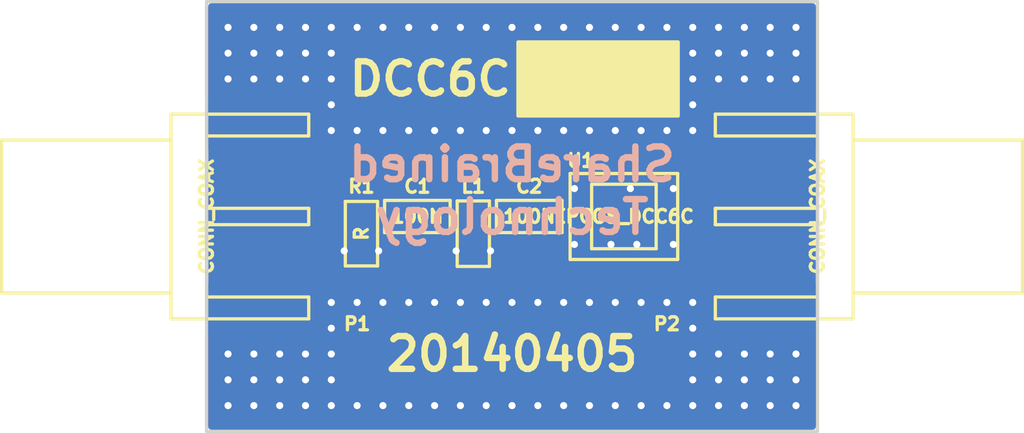
<source format=kicad_pcb>
(kicad_pcb (version 20221018) (generator pcbnew)
  (layers (0 "F.Cu" signal "1_top") (1 "In1.Cu" signal "2_gnd") (2 "In2.Cu" signal "3_gnd") (31 "B.Cu" signal "4_bot") (34 "B.Paste" user) (35 "F.Paste" user) (36 "B.SilkS" user) (37 "F.SilkS" user) (38 "B.Mask" user) (39 "F.Mask" user) (44 "Edge.Cuts" user))
  (net 0 "")
  (net 1 "GND")
  (net 2 "Net-(C1-Pad1)")
  (net 3 "Net-(C1-Pad2)")
  (net 4 "Net-(C2-Pad2)")
  (net 5 "Net-(P2-Pad1)")
  (footprint "ipc_indc:IPC_INDC1608X95N" (layer "F.Cu") (at 139.4 100.8 -90)
    (fp_text reference "L1" (at -2.2 0) (layer "F.SilkS") (effects (font (size 0.6096 0.6096) (thickness 0.1524))))
    (fp_text value "L" hide)
    (fp_line (start -1.524 -0.7493) (end 1.524 -0.7493) (stroke (width 0.1524)) (layer "F.SilkS"))
    (fp_line (start -1.524 0.7493) (end -1.524 -0.7493) (stroke (width 0.1524)) (layer "F.SilkS"))
    (fp_line (start 1.524 -0.7493) (end 1.524 0.7493) (stroke (width 0.1524)) (layer "F.SilkS"))
    (fp_line (start 1.524 0.7493) (end -1.524 0.7493) (stroke (width 0.1524)) (layer "F.SilkS"))
    (pad "1" smd rect (at -0.8001 0 270) (size 0.94996 0.94996) (layers "F.Cu" "F.Paste" "F.Mask") (net 3 "Net-(C1-Pad2)"))
    (pad "2" smd rect (at 0.8001 0 270) (size 0.94996 0.94996) (layers "F.Cu" "F.Paste" "F.Mask") (net 1 "GND"))
  )
  (footprint "ipc_resc:IPC_RESC1608X55N" (layer "F.Cu") (at 134.2 100.8 -90)
    (fp_text reference "R1" (at -2.2 0) (layer "F.SilkS") (effects (font (size 0.6096 0.6096) (thickness 0.1524))))
    (fp_text value "R" (at 0 0 270) (layer "F.SilkS") (effects (font (size 0.6096 0.6096) (thickness 0.1524))))
    (fp_line (start -1.50114 -0.7493) (end 1.50114 -0.7493) (stroke (width 0.1524)) (layer "F.SilkS"))
    (fp_line (start -1.50114 0.7493) (end -1.50114 -0.7493) (stroke (width 0.1524)) (layer "F.SilkS"))
    (fp_line (start 1.50114 -0.7493) (end 1.50114 0.7493) (stroke (width 0.1524)) (layer "F.SilkS"))
    (fp_line (start 1.50114 0.7493) (end -1.50114 0.7493) (stroke (width 0.1524)) (layer "F.SilkS"))
    (pad "1" smd rect (at -0.8001 0 270) (size 0.89916 1.00076) (layers "F.Cu" "F.Paste" "F.Mask") (net 2 "Net-(C1-Pad1)"))
    (pad "2" smd rect (at 0.8001 0 270) (size 0.89916 1.00076) (layers "F.Cu" "F.Paste" "F.Mask") (net 1 "GND"))
  )
  (footprint "epcos_dcc6c:EPCOS_DCC6C" (layer "F.Cu") (at 146.4 100)
    (fp_text reference "U1" (at -2 -2.6) (layer "F.SilkS") (effects (font (size 0.6096 0.6096) (thickness 0.1524))))
    (fp_text value "EPCOS_DCC6C" (at 0 0) (layer "F.SilkS") (effects (font (size 0.6096 0.6096) (thickness 0.1524))))
    (fp_line (start -2.5 -2) (end 2.5 -2) (stroke (width 0.1524)) (layer "F.SilkS"))
    (fp_line (start -2.5 2) (end -2.5 -2) (stroke (width 0.1524)) (layer "F.SilkS"))
    (fp_line (start -1.5 -1.5) (end 1.5 -1.5) (stroke (width 0.1524)) (layer "F.SilkS"))
    (fp_line (start -1.5 1.5) (end -1.5 -1.5) (stroke (width 0.1524)) (layer "F.SilkS"))
    (fp_line (start 1.5 -1.5) (end 1.5 1.5) (stroke (width 0.1524)) (layer "F.SilkS"))
    (fp_line (start 1.5 1.5) (end -1.5 1.5) (stroke (width 0.1524)) (layer "F.SilkS"))
    (fp_line (start 2.5 -2) (end 2.5 2) (stroke (width 0.1524)) (layer "F.SilkS"))
    (fp_line (start 2.5 2) (end -2.5 2) (stroke (width 0.1524)) (layer "F.SilkS"))
    (pad "1" smd rect (at -1 -1.27) (size 2 0.6) (layers "F.Cu" "F.Paste" "F.Mask") (net 1 "GND"))
    (pad "2" smd rect (at -1.45 0) (size 1.1 0.6) (layers "F.Cu" "F.Paste" "F.Mask") (net 4 "Net-(C2-Pad2)"))
    (pad "3" smd rect (at -1.45 1.27) (size 1.1 0.6) (layers "F.Cu" "F.Paste" "F.Mask") (net 1 "GND"))
    (pad "4" smd rect (at 1.45 1.27) (size 1.1 0.6) (layers "F.Cu" "F.Paste" "F.Mask") (net 1 "GND"))
    (pad "5" smd rect (at 1.45 0) (size 1.1 0.6) (layers "F.Cu" "F.Paste" "F.Mask") (net 5 "Net-(P2-Pad1)"))
    (pad "6" smd rect (at 1.45 -1.27) (size 1.1 0.6) (layers "F.Cu" "F.Paste" "F.Mask") (net 1 "GND"))
  )
  (footprint "rf_sma:EMERSON_142-0701-801" (layer "F.Cu") (at 155.4 100 -90)
    (fp_text reference "P2" (at 5 7) (layer "F.SilkS") (effects (font (size 0.6096 0.6096) (thickness 0.1524))))
    (fp_text value "CONN_COAX" (at 0 0 270) (layer "F.SilkS") (effects (font (size 0.6096 0.6096) (thickness 0.1524))))
    (fp_line (start -4.7625 -1.651) (end -4.7625 0) (stroke (width 0.1524)) (layer "F.SilkS"))
    (fp_line (start -4.7625 0) (end -4.7625 4.7498) (stroke (width 0.1524)) (layer "F.SilkS"))
    (fp_line (start -4.7625 0) (end 4.7625 0) (stroke (width 0.1524)) (layer "F.SilkS"))
    (fp_line (start -3.7465 0) (end -3.7465 4.7498) (stroke (width 0.1524)) (layer "F.SilkS"))
    (fp_line (start -3.7465 4.7498) (end -4.7625 4.7498) (stroke (width 0.1524)) (layer "F.SilkS"))
    (fp_line (start -3.556 -9.525) (end -3.556 -1.651) (stroke (width 0.1524)) (layer "F.SilkS"))
    (fp_line (start -0.381 0) (end -0.381 4.7498) (stroke (width 0.1524)) (layer "F.SilkS"))
    (fp_line (start -0.381 4.7498) (end 0.381 4.7498) (stroke (width 0.1524)) (layer "F.SilkS"))
    (fp_line (start 0.381 4.7498) (end 0.381 0) (stroke (width 0.1524)) (layer "F.SilkS"))
    (fp_line (start 3.556 -9.525) (end -3.556 -9.525) (stroke (width 0.1524)) (layer "F.SilkS"))
    (fp_line (start 3.556 -1.651) (end 3.556 -9.525) (stroke (width 0.1524)) (layer "F.SilkS"))
    (fp_line (start 3.7465 0) (end 3.7465 4.7498) (stroke (width 0.1524)) (layer "F.SilkS"))
    (fp_line (start 3.7465 4.7498) (end 4.7625 4.7498) (stroke (width 0.1524)) (layer "F.SilkS"))
    (fp_line (start 4.7625 -1.651) (end -4.7625 -1.651) (stroke (width 0.1524)) (layer "F.SilkS"))
    (fp_line (start 4.7625 0) (end 4.7625 -1.651) (stroke (width 0.1524)) (layer "F.SilkS"))
    (fp_line (start 4.7625 4.7498) (end 4.7625 0) (stroke (width 0.1524)) (layer "F.SilkS"))
    (pad "1" smd rect (at 0 2.54 270) (size 2.286 5.08) (layers "F.Cu" "F.Mask") (net 5 "Net-(P2-Pad1)"))
    (pad "2" smd rect (at -4.318 2.54 270) (size 2.413 5.08) (layers "F.Cu" "F.Mask") (net 1 "GND"))
    (pad "2" smd rect (at -4.318 2.54 270) (size 2.413 5.08) (layers "B.Cu" "B.Mask") (net 1 "GND"))
    (pad "2" smd rect (at 4.318 2.54 270) (size 2.413 5.08) (layers "F.Cu" "F.Mask") (net 1 "GND"))
    (pad "2" smd rect (at 4.318 2.54 270) (size 2.413 5.08) (layers "B.Cu" "B.Mask") (net 1 "GND"))
  )
  (footprint "rf_sma:EMERSON_142-0701-801" (layer "F.Cu") (at 127 100 90)
    (fp_text reference "P1" (at -5 7 180) (layer "F.SilkS") (effects (font (size 0.6096 0.6096) (thickness 0.1524))))
    (fp_text value "CONN_COAX" (at 0 0 90) (layer "F.SilkS") (effects (font (size 0.6096 0.6096) (thickness 0.1524))))
    (fp_line (start -4.7625 -1.651) (end -4.7625 0) (stroke (width 0.1524)) (layer "F.SilkS"))
    (fp_line (start -4.7625 0) (end -4.7625 4.7498) (stroke (width 0.1524)) (layer "F.SilkS"))
    (fp_line (start -4.7625 0) (end 4.7625 0) (stroke (width 0.1524)) (layer "F.SilkS"))
    (fp_line (start -3.7465 0) (end -3.7465 4.7498) (stroke (width 0.1524)) (layer "F.SilkS"))
    (fp_line (start -3.7465 4.7498) (end -4.7625 4.7498) (stroke (width 0.1524)) (layer "F.SilkS"))
    (fp_line (start -3.556 -9.525) (end -3.556 -1.651) (stroke (width 0.1524)) (layer "F.SilkS"))
    (fp_line (start -0.381 0) (end -0.381 4.7498) (stroke (width 0.1524)) (layer "F.SilkS"))
    (fp_line (start -0.381 4.7498) (end 0.381 4.7498) (stroke (width 0.1524)) (layer "F.SilkS"))
    (fp_line (start 0.381 4.7498) (end 0.381 0) (stroke (width 0.1524)) (layer "F.SilkS"))
    (fp_line (start 3.556 -9.525) (end -3.556 -9.525) (stroke (width 0.1524)) (layer "F.SilkS"))
    (fp_line (start 3.556 -1.651) (end 3.556 -9.525) (stroke (width 0.1524)) (layer "F.SilkS"))
    (fp_line (start 3.7465 0) (end 3.7465 4.7498) (stroke (width 0.1524)) (layer "F.SilkS"))
    (fp_line (start 3.7465 4.7498) (end 4.7625 4.7498) (stroke (width 0.1524)) (layer "F.SilkS"))
    (fp_line (start 4.7625 -1.651) (end -4.7625 -1.651) (stroke (width 0.1524)) (layer "F.SilkS"))
    (fp_line (start 4.7625 0) (end 4.7625 -1.651) (stroke (width 0.1524)) (layer "F.SilkS"))
    (fp_line (start 4.7625 4.7498) (end 4.7625 0) (stroke (width 0.1524)) (layer "F.SilkS"))
    (pad "1" smd rect (at 0 2.54 90) (size 2.286 5.08) (layers "F.Cu" "F.Mask") (net 2 "Net-(C1-Pad1)"))
    (pad "2" smd rect (at -4.318 2.54 90) (size 2.413 5.08) (layers "F.Cu" "F.Mask") (net 1 "GND"))
    (pad "2" smd rect (at -4.318 2.54 90) (size 2.413 5.08) (layers "B.Cu" "B.Mask") (net 1 "GND"))
    (pad "2" smd rect (at 4.318 2.54 90) (size 2.413 5.08) (layers "F.Cu" "F.Mask") (net 1 "GND"))
    (pad "2" smd rect (at 4.318 2.54 90) (size 2.413 5.08) (layers "B.Cu" "B.Mask") (net 1 "GND"))
  )
  (footprint "ipc_capc:IPC_CAPC1608X95N" (layer "F.Cu") (at 136.8 100)
    (fp_text reference "C1" (at 0 -1.4) (layer "F.SilkS") (effects (font (size 0.6096 0.6096) (thickness 0.1524))))
    (fp_text value "100N" (at 0 0) (layer "F.SilkS") (effects (font (size 0.6096 0.6096) (thickness 0.1524))))
    (fp_line (start -1.524 -0.7493) (end 1.524 -0.7493) (stroke (width 0.1524)) (layer "F.SilkS"))
    (fp_line (start -1.524 0.7493) (end -1.524 -0.7493) (stroke (width 0.1524)) (layer "F.SilkS"))
    (fp_line (start 1.524 -0.7493) (end 1.524 0.7493) (stroke (width 0.1524)) (layer "F.SilkS"))
    (fp_line (start 1.524 0.7493) (end -1.524 0.7493) (stroke (width 0.1524)) (layer "F.SilkS"))
    (pad "1" smd rect (at -0.8001 0) (size 0.94996 1.00076) (layers "F.Cu" "F.Paste" "F.Mask") (net 2 "Net-(C1-Pad1)"))
    (pad "2" smd rect (at 0.8001 0) (size 0.94996 1.00076) (layers "F.Cu" "F.Paste" "F.Mask") (net 3 "Net-(C1-Pad2)"))
  )
  (footprint "ipc_capc:IPC_CAPC1608X95N" (layer "F.Cu") (at 142 100)
    (fp_text reference "C2" (at 0 -1.4) (layer "F.SilkS") (effects (font (size 0.6096 0.6096) (thickness 0.1524))))
    (fp_text value "100N" (at 0 0) (layer "F.SilkS") (effects (font (size 0.6096 0.6096) (thickness 0.1524))))
    (fp_line (start -1.524 -0.7493) (end 1.524 -0.7493) (stroke (width 0.1524)) (layer "F.SilkS"))
    (fp_line (start -1.524 0.7493) (end -1.524 -0.7493) (stroke (width 0.1524)) (layer "F.SilkS"))
    (fp_line (start 1.524 -0.7493) (end 1.524 0.7493) (stroke (width 0.1524)) (layer "F.SilkS"))
    (fp_line (start 1.524 0.7493) (end -1.524 0.7493) (stroke (width 0.1524)) (layer "F.SilkS"))
    (pad "1" smd rect (at -0.8001 0) (size 0.94996 1.00076) (layers "F.Cu" "F.Paste" "F.Mask") (net 3 "Net-(C1-Pad2)"))
    (pad "2" smd rect (at 0.8001 0) (size 0.94996 1.00076) (layers "F.Cu" "F.Paste" "F.Mask") (net 4 "Net-(C2-Pad2)"))
  )
  (gr_line (start 155.4 90) (end 155.4 110) (stroke (width 0.15)) (layer "Edge.Cuts"))
  (gr_line (start 127 110) (end 127 90) (stroke (width 0.15)) (layer "Edge.Cuts"))
  (gr_line (start 127 90) (end 155.4 90) (stroke (width 0.15)) (layer "Edge.Cuts"))
  (gr_line (start 155.4 110) (end 127 110) (stroke (width 0.15)) (layer "Edge.Cuts"))
  (gr_text "ShareBrained\nTechnology" (at 141.2 98.8) (layer "B.SilkS") (effects (font (size 1.524 1.524) (thickness 0.3)) (justify mirror)))
  (gr_text "DCC6C" (at 137.4 93.6) (layer "F.SilkS") (effects (font (size 1.5 1.5) (thickness 0.3))))
  (gr_text "20140405" (at 141.2 106.4) (layer "F.SilkS") (effects (font (size 1.524 1.524) (thickness 0.3))))
  (segment (start 149.6 96) (end 149.6 94.8) (width 0.6) (layer "F.Cu") (net 1))
  (segment (start 149.6 94.8) (end 149.6 93.6) (width 0.6) (layer "F.Cu") (net 1))
  (segment (start 150.8 93.6) (end 152 93.6) (width 0.6) (layer "F.Cu") (net 1))
  (segment (start 152 93.6) (end 153.2 93.6) (width 0.6) (layer "F.Cu") (net 1))
  (segment (start 153.2 93.6) (end 154.4 93.6) (width 0.6) (layer "F.Cu") (net 1))
  (segment (start 154.4 93.6) (end 154.4 92.4) (width 0.6) (layer "F.Cu") (net 1))
  (segment (start 154.4 92.4) (end 153.2 92.4) (width 0.6) (layer "F.Cu") (net 1))
  (segment (start 153.2 92.4) (end 152 92.4) (width 0.6) (layer "F.Cu") (net 1))
  (segment (start 152 92.4) (end 150.8 92.4) (width 0.6) (layer "F.Cu") (net 1))
  (segment (start 150.8 92.4) (end 149.6 92.4) (width 0.6) (layer "F.Cu") (net 1))
  (segment (start 132.482 95.682) (end 132.8 96) (width 0.6) (layer "F.Cu") (net 1))
  (segment (start 132.8 96) (end 132.8 94.8) (width 0.6) (layer "F.Cu") (net 1))
  (segment (start 132.8 94.8) (end 132.8 93.6) (width 0.6) (layer "F.Cu") (net 1))
  (segment (start 132.8 93.6) (end 131.6 93.6) (width 0.6) (layer "F.Cu") (net 1))
  (segment (start 131.6 93.6) (end 130.4 93.6) (width 0.6) (layer "F.Cu") (net 1))
  (segment (start 130.4 93.6) (end 129.2 93.6) (width 0.6) (layer "F.Cu") (net 1))
  (segment (start 129.2 93.6) (end 128 93.6) (width 0.6) (layer "F.Cu") (net 1))
  (segment (start 128 93.6) (end 128 92.4) (width 0.6) (layer "F.Cu") (net 1))
  (segment (start 128 92.4) (end 129.2 92.4) (width 0.6) (layer "F.Cu") (net 1))
  (segment (start 129.2 92.4) (end 130.4 92.4) (width 0.6) (layer "F.Cu") (net 1))
  (segment (start 130.4 92.4) (end 131.6 92.4) (width 0.6) (layer "F.Cu") (net 1))
  (segment (start 131.6 92.4) (end 132.8 92.4) (width 0.6) (layer "F.Cu") (net 1))
  (segment (start 149.6 104) (end 149.6 105.2) (width 0.6) (layer "F.Cu") (net 1))
  (segment (start 149.6 105.2) (end 149.6 106.4) (width 0.6) (layer "F.Cu") (net 1))
  (segment (start 149.6 106.4) (end 150.8 106.4) (width 0.6) (layer "F.Cu") (net 1))
  (segment (start 150.8 106.4) (end 152 106.4) (width 0.6) (layer "F.Cu") (net 1))
  (segment (start 152 106.4) (end 153.2 106.4) (width 0.6) (layer "F.Cu") (net 1))
  (segment (start 153.2 106.4) (end 154.4 106.4) (width 0.6) (layer "F.Cu") (net 1))
  (segment (start 154.4 106.4) (end 154.4 107.6) (width 0.6) (layer "F.Cu") (net 1))
  (segment (start 154.4 107.6) (end 153.2 107.6) (width 0.6) (layer "F.Cu") (net 1))
  (segment (start 153.2 107.6) (end 152 107.6) (width 0.6) (layer "F.Cu") (net 1))
  (segment (start 152 107.6) (end 150.8 107.6) (width 0.6) (layer "F.Cu") (net 1))
  (segment (start 150.8 107.6) (end 149.6 107.6) (width 0.6) (layer "F.Cu") (net 1))
  (segment (start 132.482 104.318) (end 132.8 104) (width 0.6) (layer "F.Cu") (net 1))
  (segment (start 132.8 104) (end 132.8 105.2) (width 0.6) (layer "F.Cu") (net 1))
  (segment (start 132.8 105.2) (end 132.8 106.4) (width 0.6) (layer "F.Cu") (net 1))
  (segment (start 132.8 106.4) (end 131.6 106.4) (width 0.6) (layer "F.Cu") (net 1))
  (segment (start 131.6 106.4) (end 130.4 106.4) (width 0.6) (layer "F.Cu") (net 1))
  (segment (start 130.4 106.4) (end 129.2 106.4) (width 0.6) (layer "F.Cu") (net 1))
  (segment (start 129.2 106.4) (end 128 106.4) (width 0.6) (layer "F.Cu") (net 1))
  (segment (start 128 106.4) (end 128 107.6) (width 0.6) (layer "F.Cu") (net 1))
  (segment (start 128 107.6) (end 129.2 107.6) (width 0.6) (layer "F.Cu") (net 1))
  (segment (start 129.2 107.6) (end 130.4 107.6) (width 0.6) (layer "F.Cu") (net 1))
  (segment (start 130.4 107.6) (end 131.6 107.6) (width 0.6) (layer "F.Cu") (net 1))
  (segment (start 131.6 107.6) (end 132.8 107.6) (width 0.6) (layer "F.Cu") (net 1))
  (segment (start 134 104) (end 135.2 104) (width 0.6) (layer "F.Cu") (net 1))
  (segment (start 135.2 104) (end 136.4 104) (width 0.6) (layer "F.Cu") (net 1))
  (segment (start 136.4 104) (end 137.6 104) (width 0.6) (layer "F.Cu") (net 1))
  (segment (start 137.6 104) (end 138.8 104) (width 0.6) (layer "F.Cu") (net 1))
  (segment (start 138.8 104) (end 140 104) (width 0.6) (layer "F.Cu") (net 1))
  (segment (start 142.4 104) (end 143.6 104) (width 0.6) (layer "F.Cu") (net 1))
  (segment (start 143.6 104) (end 144.8 104) (width 0.6) (layer "F.Cu") (net 1))
  (segment (start 144.8 104) (end 146 104) (width 0.6) (layer "F.Cu") (net 1))
  (segment (start 146 104) (end 147.2 104) (width 0.6) (layer "F.Cu") (net 1))
  (segment (start 147.2 104) (end 148.4 104) (width 0.6) (layer "F.Cu") (net 1))
  (segment (start 149.6 104) (end 148.4 104) (width 0.6) (layer "F.Cu") (net 1))
  (segment (start 148.4 96) (end 147.2 96) (width 0.6) (layer "F.Cu") (net 1))
  (segment (start 147.2 96) (end 146 96) (width 0.6) (layer "F.Cu") (net 1))
  (segment (start 146 96) (end 144.8 96) (width 0.6) (layer "F.Cu") (net 1))
  (segment (start 144.8 96) (end 143.6 96) (width 0.6) (layer "F.Cu") (net 1))
  (segment (start 143.6 96) (end 142.4 96) (width 0.6) (layer "F.Cu") (net 1))
  (segment (start 140 96) (end 138.8 96) (width 0.6) (layer "F.Cu") (net 1))
  (segment (start 138.8 96) (end 137.6 96) (width 0.6) (layer "F.Cu") (net 1))
  (segment (start 137.6 96) (end 136.4 96) (width 0.6) (layer "F.Cu") (net 1))
  (segment (start 136.4 96) (end 135.2 96) (width 0.6) (layer "F.Cu") (net 1))
  (segment (start 135.2 96) (end 134 96) (width 0.6) (layer "F.Cu") (net 1))
  (segment (start 132.8 96) (end 134 96) (width 0.6) (layer "F.Cu") (net 1))
  (segment (start 140.1999 101.6001) (end 140.2 101.6) (width 0.6) (layer "F.Cu") (net 1))
  (segment (start 138.6001 101.6001) (end 138.6 101.6) (width 0.6) (layer "F.Cu") (net 1))
  (segment (start 133.4001 101.6001) (end 133.4 101.6) (width 0.6) (layer "F.Cu") (net 1))
  (segment (start 134.9999 101.6001) (end 135 101.6) (width 0.6) (layer "F.Cu") (net 1))
  (segment (start 144.13 98.73) (end 144.1 98.7) (width 0.6) (layer "F.Cu") (net 1))
  (segment (start 148.67 98.73) (end 148.7 98.7) (width 0.6) (layer "F.Cu") (net 1))
  (segment (start 148.67 101.27) (end 148.7 101.3) (width 0.6) (layer "F.Cu") (net 1))
  (segment (start 147.03 101.27) (end 147 101.3) (width 0.6) (layer "F.Cu") (net 1))
  (segment (start 145.77 101.27) (end 145.8 101.3) (width 0.6) (layer "F.Cu") (net 1))
  (segment (start 144.13 101.27) (end 144.1 101.3) (width 0.6) (layer "F.Cu") (net 1))
  (segment (start 146.67 98.73) (end 146.7 98.7) (width 0.6) (layer "F.Cu") (net 1))
  (segment (start 128 108.8) (end 129.2 108.8) (width 0.6) (layer "F.Cu") (net 1))
  (segment (start 129.2 108.8) (end 130.4 108.8) (width 0.6) (layer "F.Cu") (net 1))
  (segment (start 130.4 108.8) (end 131.6 108.8) (width 0.6) (layer "F.Cu") (net 1))
  (segment (start 131.6 108.8) (end 132.8 108.8) (width 0.6) (layer "F.Cu") (net 1))
  (segment (start 132.8 108.8) (end 134 108.8) (width 0.6) (layer "F.Cu") (net 1))
  (segment (start 134 108.8) (end 135.2 108.8) (width 0.6) (layer "F.Cu") (net 1))
  (segment (start 135.2 108.8) (end 136.4 108.8) (width 0.6) (layer "F.Cu") (net 1))
  (segment (start 136.4 108.8) (end 137.6 108.8) (width 0.6) (layer "F.Cu") (net 1))
  (segment (start 137.6 108.8) (end 138.8 108.8) (width 0.6) (layer "F.Cu") (net 1))
  (segment (start 138.8 108.8) (end 140 108.8) (width 0.6) (layer "F.Cu") (net 1))
  (segment (start 140 108.8) (end 141.2 108.8) (width 0.6) (layer "F.Cu") (net 1))
  (segment (start 149.918 95.682) (end 149.6 96) (width 0.6) (layer "F.Cu") (net 1))
  (segment (start 141.2 96) (end 140 96) (width 0.6) (layer "F.Cu") (net 1))
  (segment (start 149.918 104.318) (end 149.6 104) (width 0.6) (layer "F.Cu") (net 1))
  (segment (start 141.2 104) (end 142.4 104) (width 0.6) (layer "F.Cu") (net 1))
  (segment (start 142.4 108.8) (end 143.6 108.8) (width 0.6) (layer "F.Cu") (net 1))
  (segment (start 143.6 108.8) (end 144.8 108.8) (width 0.6) (layer "F.Cu") (net 1))
  (segment (start 144.8 108.8) (end 146 108.8) (width 0.6) (layer "F.Cu") (net 1))
  (segment (start 146 108.8) (end 147.2 108.8) (width 0.6) (layer "F.Cu") (net 1))
  (segment (start 147.2 108.8) (end 148.4 108.8) (width 0.6) (layer "F.Cu") (net 1))
  (segment (start 148.4 108.8) (end 149.6 108.8) (width 0.6) (layer "F.Cu") (net 1))
  (segment (start 149.6 108.8) (end 150.8 108.8) (width 0.6) (layer "F.Cu") (net 1))
  (segment (start 150.8 108.8) (end 152 108.8) (width 0.6) (layer "F.Cu") (net 1))
  (segment (start 152 108.8) (end 153.2 108.8) (width 0.6) (layer "F.Cu") (net 1))
  (segment (start 153.2 108.8) (end 154.4 108.8) (width 0.6) (layer "F.Cu") (net 1))
  (segment (start 154.4 108.8) (end 154.4 107.6) (width 0.6) (layer "F.Cu") (net 1))
  (segment (start 128 91.2) (end 129.2 91.2) (width 0.6) (layer "F.Cu") (net 1))
  (segment (start 129.2 91.2) (end 130.4 91.2) (width 0.6) (layer "F.Cu") (net 1))
  (segment (start 130.4 91.2) (end 131.6 91.2) (width 0.6) (layer "F.Cu") (net 1))
  (segment (start 131.6 91.2) (end 132.8 91.2) (width 0.6) (layer "F.Cu") (net 1))
  (segment (start 132.8 91.2) (end 134 91.2) (width 0.6) (layer "F.Cu") (net 1))
  (segment (start 134 91.2) (end 135.2 91.2) (width 0.6) (layer "F.Cu") (net 1))
  (segment (start 135.2 91.2) (end 136.4 91.2) (width 0.6) (layer "F.Cu") (net 1))
  (segment (start 136.4 91.2) (end 137.6 91.2) (width 0.6) (layer "F.Cu") (net 1))
  (segment (start 137.6 91.2) (end 138.8 91.2) (width 0.6) (layer "F.Cu") (net 1))
  (segment (start 138.8 91.2) (end 140 91.2) (width 0.6) (layer "F.Cu") (net 1))
  (segment (start 140 91.2) (end 141.2 91.2) (width 0.6) (layer "F.Cu") (net 1))
  (segment (start 141.2 91.2) (end 142.4 91.2) (width 0.6) (layer "F.Cu") (net 1))
  (segment (start 142.4 91.2) (end 143.6 91.2) (width 0.6) (layer "F.Cu") (net 1))
  (segment (start 143.6 91.2) (end 144.8 91.2) (width 0.6) (layer "F.Cu") (net 1))
  (segment (start 144.8 91.2) (end 146 91.2) (width 0.6) (layer "F.Cu") (net 1))
  (segment (start 146 91.2) (end 147.2 91.2) (width 0.6) (layer "F.Cu") (net 1))
  (segment (start 147.2 91.2) (end 148.4 91.2) (width 0.6) (layer "F.Cu") (net 1))
  (segment (start 148.4 91.2) (end 149.6 91.2) (width 0.6) (layer "F.Cu") (net 1))
  (segment (start 149.6 91.2) (end 150.8 91.2) (width 0.6) (layer "F.Cu") (net 1))
  (segment (start 150.8 91.2) (end 152 91.2) (width 0.6) (layer "F.Cu") (net 1))
  (segment (start 152 91.2) (end 153.2 91.2) (width 0.6) (layer "F.Cu") (net 1))
  (segment (start 153.2 91.2) (end 154.4 91.2) (width 0.6) (layer "F.Cu") (net 1))
  (segment (start 154.4 91.2) (end 154.4 92.4) (width 0.6) (layer "F.Cu") (net 1))
  (segment (start 134.2 101.6001) (end 134.9999 101.6001) (width 0.6) (layer "F.Cu") (net 1))
  (segment (start 149.6 93.6) (end 150.8 93.6) (width 0.6) (layer "F.Cu") (net 1))
  (segment (start 142.4 96) (end 141.2 96) (width 0.6) (layer "F.Cu") (net 1))
  (segment (start 144.95 101.27) (end 145.77 101.27) (width 0.6) (layer "F.Cu") (net 1))
  (segment (start 144.95 101.27) (end 144.13 101.27) (width 0.6) (layer "F.Cu") (net 1))
  (segment (start 139.4 101.6001) (end 140.1999 101.6001) (width 0.6) (layer "F.Cu") (net 1))
  (segment (start 140 104) (end 141.2 104) (width 0.6) (layer "F.Cu") (net 1))
  (segment (start 152.86 104.318) (end 149.918 104.318) (width 0.6) (layer "F.Cu") (net 1))
  (segment (start 147.85 101.27) (end 148.67 101.27) (width 0.6) (layer "F.Cu") (net 1))
  (segment (start 139.4 101.6001) (end 138.6001 101.6001) (width 0.6) (layer "F.Cu") (net 1))
  (segment (start 128 107.6) (end 128 108.8) (width 0.6) (layer "F.Cu") (net 1))
  (segment (start 134 104) (end 132.8 104) (width 0.6) (layer "F.Cu") (net 1))
  (segment (start 152.86 95.682) (end 149.918 95.682) (width 0.6) (layer "F.Cu") (net 1))
  (segment (start 145.4 98.73) (end 146.67 98.73) (width 0.6) (layer "F.Cu") (net 1))
  (segment (start 147.85 101.27) (end 147.03 101.27) (width 0.6) (layer "F.Cu") (net 1))
  (segment (start 128 92.4) (end 128 91.2) (width 0.6) (layer "F.Cu") (net 1))
  (segment (start 141.2 108.8) (end 142.4 108.8) (width 0.6) (layer "F.Cu") (net 1))
  (segment (start 134.2 101.6001) (end 133.4001 101.6001) (width 0.6) (layer "F.Cu") (net 1))
  (segment (start 148.4 96) (end 149.6 96) (width 0.6) (layer "F.Cu") (net 1))
  (segment (start 129.54 104.318) (end 132.482 104.318) (width 0.6) (layer "F.Cu") (net 1))
  (segment (start 129.54 95.682) (end 132.482 95.682) (width 0.6) (layer "F.Cu") (net 1))
  (segment (start 145.4 98.73) (end 144.13 98.73) (width 0.6) (layer "F.Cu") (net 1))
  (segment (start 147.85 98.73) (end 148.67 98.73) (width 0.6) (layer "F.Cu") (net 1))
  (via (at 140 91.2) (size 0.6858) (drill 0.3302) (layers "F.Cu" "B.Cu") (net 1))
  (via (at 135 101.6) (size 0.6858) (drill 0.3302) (layers "F.Cu" "B.Cu") (net 1))
  (via (at 153.2 91.2) (size 0.6858) (drill 0.3302) (layers "F.Cu" "B.Cu") (net 1))
  (via (at 141.2 96) (size 0.6858) (drill 0.3302) (layers "F.Cu" "B.Cu") (net 1))
  (via (at 144.8 104) (size 0.6858) (drill 0.3302) (layers "F.Cu" "B.Cu") (net 1))
  (via (at 147.2 96) (size 0.6858) (drill 0.3302) (layers "F.Cu" "B.Cu") (net 1))
  (via (at 144.1 101.3) (size 0.6858) (drill 0.3302) (layers "F.Cu" "B.Cu") (net 1))
  (via (at 147 101.3) (size 0.6858) (drill 0.3302) (layers "F.Cu" "B.Cu") (net 1))
  (via (at 153.2 106.4) (size 0.6858) (drill 0.3302) (layers "F.Cu" "B.Cu") (net 1))
  (via (at 144.8 96) (size 0.6858) (drill 0.3302) (layers "F.Cu" "B.Cu") (net 1))
  (via (at 136.4 96) (size 0.6858) (drill 0.3302) (layers "F.Cu" "B.Cu") (net 1))
  (via (at 134 104) (size 0.6858) (drill 0.3302) (layers "F.Cu" "B.Cu") (net 1))
  (via (at 146.7 98.7) (size 0.6858) (drill 0.3302) (layers "F.Cu" "B.Cu") (net 1))
  (via (at 128 106.4) (size 0.6858) (drill 0.3302) (layers "F.Cu" "B.Cu") (net 1))
  (via (at 132.8 92.4) (size 0.6858) (drill 0.3302) (layers "F.Cu" "B.Cu") (net 1))
  (via (at 154.4 91.2) (size 0.6858) (drill 0.3302) (layers "F.Cu" "B.Cu") (net 1))
  (via (at 138.8 91.2) (size 0.6858) (drill 0.3302) (layers "F.Cu" "B.Cu") (net 1))
  (via (at 134 108.8) (size 0.6858) (drill 0.3302) (layers "F.Cu" "B.Cu") (net 1))
  (via (at 131.6 92.4) (size 0.6858) (drill 0.3302) (layers "F.Cu" "B.Cu") (net 1))
  (via (at 138.8 104) (size 0.6858) (drill 0.3302) (layers "F.Cu" "B.Cu") (net 1))
  (via (at 137.6 108.8) (size 0.6858) (drill 0.3302) (layers "F.Cu" "B.Cu") (net 1))
  (via (at 131.6 91.2) (size 0.6858) (drill 0.3302) (layers "F.Cu" "B.Cu") (net 1))
  (via (at 152 91.2) (size 0.6858) (drill 0.3302) (layers "F.Cu" "B.Cu") (net 1))
  (via (at 128 92.4) (size 0.6858) (drill 0.3302) (layers "F.Cu" "B.Cu") (net 1))
  (via (at 146 108.8) (size 0.6858) (drill 0.3302) (layers "F.Cu" "B.Cu") (net 1))
  (via (at 129.2 106.4) (size 0.6858) (drill 0.3302) (layers "F.Cu" "B.Cu") (net 1))
  (via (at 143.6 104) (size 0.6858) (drill 0.3302) (layers "F.Cu" "B.Cu") (net 1))
  (via (at 141.2 108.8) (size 0.6858) (drill 0.3302) (layers "F.Cu" "B.Cu") (net 1))
  (via (at 130.4 93.6) (size 0.6858) (drill 0.3302) (layers "F.Cu" "B.Cu") (net 1))
  (via (at 140 96) (size 0.6858) (drill 0.3302) (layers "F.Cu" "B.Cu") (net 1))
  (via (at 131.6 108.8) (size 0.6858) (drill 0.3302) (layers "F.Cu" "B.Cu") (net 1))
  (via (at 146 96) (size 0.6858) (drill 0.3302) (layers "F.Cu" "B.Cu") (net 1))
  (via (at 135.2 91.2) (size 0.6858) (drill 0.3302) (layers "F.Cu" "B.Cu") (net 1))
  (via (at 154.4 107.6) (size 0.6858) (drill 0.3302) (layers "F.Cu" "B.Cu") (net 1))
  (via (at 150.8 92.4) (size 0.6858) (drill 0.3302) (layers "F.Cu" "B.Cu") (net 1))
  (via (at 131.6 107.6) (size 0.6858) (drill 0.3302) (layers "F.Cu" "B.Cu") (net 1))
  (via (at 130.4 91.2) (size 0.6858) (drill 0.3302) (layers "F.Cu" "B.Cu") (net 1))
  (via (at 132.8 106.4) (size 0.6858) (drill 0.3302) (layers "F.Cu" "B.Cu") (net 1))
  (via (at 146 104) (size 0.6858) (drill 0.3302) (layers "F.Cu" "B.Cu") (net 1))
  (via (at 143.6 108.8) (size 0.6858) (drill 0.3302) (layers "F.Cu" "B.Cu") (net 1))
  (via (at 148.7 98.7) (size 0.6858) (drill 0.3302) (layers "F.Cu" "B.Cu") (net 1))
  (via (at 129.2 107.6) (size 0.6858) (drill 0.3302) (layers "F.Cu" "B.Cu") (net 1))
  (via (at 149.6 96) (size 0.6858) (drill 0.3302) (layers "F.Cu" "B.Cu") (net 1))
  (via (at 154.4 108.8) (size 0.6858) (drill 0.3302) (layers "F.Cu" "B.Cu") (net 1))
  (via (at 142.4 104) (size 0.6858) (drill 0.3302) (layers "F.Cu" "B.Cu") (net 1))
  (via (at 147.2 91.2) (size 0.6858) (drill 0.3302) (layers "F.Cu" "B.Cu") (net 1))
  (via (at 128 107.6) (size 0.6858) (drill 0.3302) (layers "F.Cu" "B.Cu") (net 1))
  (via (at 149.6 104) (size 0.6858) (drill 0.3302) (layers "F.Cu" "B.Cu") (net 1))
  (via (at 150.8 107.6) (size 0.6858) (drill 0.3302) (layers "F.Cu" "B.Cu") (net 1))
  (via (at 148.4 96) (size 0.6858) (drill 0.3302) (layers "F.Cu" "B.Cu") (net 1))
  (via (at 136.4 91.2) (size 0.6858) (drill 0.3302) (layers "F.Cu" "B.Cu") (net 1))
  (via (at 148.4 91.2) (size 0.6858) (drill 0.3302) (layers "F.Cu" "B.Cu") (net 1))
  (via (at 152 106.4) (size 0.6858) (drill 0.3302) (layers "F.Cu" "B.Cu") (net 1))
  (via (at 153.2 92.4) (size 0.6858) (drill 0.3302) (layers "F.Cu" "B.Cu") (net 1))
  (via (at 129.2 108.8) (size 0.6858) (drill 0.3302) (layers "F.Cu" "B.Cu") (net 1))
  (via (at 154.4 93.6) (size 0.6858) (drill 0.3302) (layers "F.Cu" "B.Cu") (net 1))
  (via (at 128 91.2) (size 0.6858) (drill 0.3302) (layers "F.Cu" "B.Cu") (net 1))
  (via (at 130.4 108.8) (size 0.6858) (drill 0.3302) (layers "F.Cu" "B.Cu") (net 1))
  (via (at 154.4 92.4) (size 0.6858) (drill 0.3302) (layers "F.Cu" "B.Cu") (net 1))
  (via (at 153.2 107.6) (size 0.6858) (drill 0.3302) (layers "F.Cu" "B.Cu") (net 1))
  (via (at 142.4 96) (size 0.6858) (drill 0.3302) (layers "F.Cu" "B.Cu") (net 1))
  (via (at 148.7 101.3) (size 0.6858) (drill 0.3302) (layers "F.Cu" "B.Cu") (net 1))
  (via (at 134 91.2) (size 0.6858) (drill 0.3302) (layers "F.Cu" "B.Cu") (net 1))
  (via (at 132.8 108.8) (size 0.6858) (drill 0.3302) (layers "F.Cu" "B.Cu") (net 1))
  (via (at 140 104) (size 0.6858) (drill 0.3302) (layers "F.Cu" "B.Cu") (net 1))
  (via (at 153.2 93.6) (size 0.6858) (drill 0.3302) (layers "F.Cu" "B.Cu") (net 1))
  (via (at 136.4 104) (size 0.6858) (drill 0.3302) (layers "F.Cu" "B.Cu") (net 1))
  (via (at 152 107.6) (size 0.6858) (drill 0.3302) (layers "F.Cu" "B.Cu") (net 1))
  (via (at 149.6 92.4) (size 0.6858) (drill 0.3302) (layers "F.Cu" "B.Cu") (net 1))
  (via (at 144.8 91.2) (size 0.6858) (drill 0.3302) (layers "F.Cu" "B.Cu") (net 1))
  (via (at 132.8 105.2) (size 0.6858) (drill 0.3302) (layers "F.Cu" "B.Cu") (net 1))
  (via (at 149.6 108.8) (size 0.6858) (drill 0.3302) (layers "F.Cu" "B.Cu") (net 1))
  (via (at 135.2 104) (size 0.6858) (drill 0.3302) (layers "F.Cu" "B.Cu") (net 1))
  (via (at 137.6 104) (size 0.6858) (drill 0.3302) (layers "F.Cu" "B.Cu") (net 1))
  (via (at 153.2 108.8) (size 0.6858) (drill 0.3302) (layers "F.Cu" "B.Cu") (net 1))
  (via (at 132.8 107.6) (size 0.6858) (drill 0.3302) (layers "F.Cu" "B.Cu") (net 1))
  (via (at 149.6 93.6) (size 0.6858) (drill 0.3302) (layers "F.Cu" "B.Cu") (net 1))
  (via (at 132.8 94.8) (size 0.6858) (drill 0.3302) (layers "F.Cu" "B.Cu") (net 1))
  (via (at 147.2 108.8) (size 0.6858) (drill 0.3302) (layers "F.Cu" "B.Cu") (net 1))
  (via (at 133.4 101.6) (size 0.6858) (drill 0.3302) (layers "F.Cu" "B.Cu") (net 1))
  (via (at 135.2 96) (size 0.6858) (drill 0.3302) (layers "F.Cu" "B.Cu") (net 1))
  (via (at 138.8 108.8) (size 0.6858) (drill 0.3302) (layers "F.Cu" "B.Cu") (net 1))
  (via (at 132.8 91.2) (size 0.6858) (drill 0.3302) (layers "F.Cu" "B.Cu") (net 1))
  (via (at 140.2 101.6) (size 0.6858) (drill 0.3302) (layers "F.Cu" "B.Cu") (net 1))
  (via (at 129.2 93.6) (size 0.6858) (drill 0.3302) (layers "F.Cu" "B.Cu") (net 1))
  (via (at 142.4 108.8) (size 0.6858) (drill 0.3302) (layers "F.Cu" "B.Cu") (net 1))
  (via (at 142.4 91.2) (size 0.6858) (drill 0.3302) (layers "F.Cu" "B.Cu") (net 1))
  (via (at 146 91.2) (size 0.6858) (drill 0.3302) (layers "F.Cu" "B.Cu") (net 1))
  (via (at 138.8 96) (size 0.6858) (drill 0.3302) (layers "F.Cu" "B.Cu") (net 1))
  (via (at 128 108.8) (size 0.6858) (drill 0.3302) (layers "F.Cu" "B.Cu") (net 1))
  (via (at 149.6 105.2) (size 0.6858) (drill 0.3302) (layers "F.Cu" "B.Cu") (net 1))
  (via (at 135.2 108.8) (size 0.6858) (drill 0.3302) (layers "F.Cu" "B.Cu") (net 1))
  (via (at 140 108.8) (size 0.6858) (drill 0.3302) (layers "F.Cu" "B.Cu") (net 1))
  (via (at 143.6 91.2) (size 0.6858) (drill 0.3302) (layers "F.Cu" "B.Cu") (net 1))
  (via (at 152 92.4) (size 0.6858) (drill 0.3302) (layers "F.Cu" "B.Cu") (net 1))
  (via (at 145.8 101.3) (size 0.6858) (drill 0.3302) (layers "F.Cu" "B.Cu") (net 1))
  (via (at 130.4 107.6) (size 0.6858) (drill 0.3302) (layers "F.Cu" "B.Cu") (net 1))
  (via (at 149.6 94.8) (size 0.6858) (drill 0.3302) (layers "F.Cu" "B.Cu") (net 1))
  (via (at 149.6 91.2) (size 0.6858) (drill 0.3302) (layers "F.Cu" "B.Cu") (net 1))
  (via (at 147.2 104) (size 0.6858) (drill 0.3302) (layers "F.Cu" "B.Cu") (net 1))
  (via (at 134 96) (size 0.6858) (drill 0.3302) (layers "F.Cu" "B.Cu") (net 1))
  (via (at 129.2 92.4) (size 0.6858) (drill 0.3302) (layers "F.Cu" "B.Cu") (net 1))
  (via (at 148.4 104) (size 0.6858) (drill 0.3302) (layers "F.Cu" "B.Cu") (net 1))
  (via (at 132.8 96) (size 0.6858) (drill 0.3302) (layers "F.Cu" "B.Cu") (net 1))
  (via (at 150.8 108.8) (size 0.6858) (drill 0.3302) (layers "F.Cu" "B.Cu") (net 1))
  (via (at 138.6 101.6) (size 0.6858) (drill 0.3302) (layers "F.Cu" "B.Cu") (net 1))
  (via (at 130.4 106.4) (size 0.6858) (drill 0.3302) (layers "F.Cu" "B.Cu") (net 1))
  (via (at 150.8 91.2) (size 0.6858) (drill 0.3302) (layers "F.Cu" "B.Cu") (net 1))
  (via (at 137.6 91.2) (size 0.6858) (drill 0.3302) (layers "F.Cu" "B.Cu") (net 1))
  (via (at 128 93.6) (size 0.6858) (drill 0.3302) (layers "F.Cu" "B.Cu") (net 1))
  (via (at 129.2 91.2) (size 0.6858) (drill 0.3302) (layers "F.Cu" "B.Cu") (net 1))
  (via (at 130.4 92.4) (size 0.6858) (drill 0.3302) (layers "F.Cu" "B.Cu") (net 1))
  (via (at 144.1 98.7) (size 0.6858) (drill 0.3302) (layers "F.Cu" "B.Cu") (net 1))
  (via (at 143.6 96) (size 0.6858) (drill 0.3302) (layers "F.Cu" "B.Cu") (net 1))
  (via (at 131.6 106.4) (size 0.6858) (drill 0.3302) (layers "F.Cu" "B.Cu") (net 1))
  (via (at 150.8 93.6) (size 0.6858) (drill 0.3302) (layers "F.Cu" "B.Cu") (net 1))
  (via (at 152 93.6) (size 0.6858) (drill 0.3302) (layers "F.Cu" "B.Cu") (net 1))
  (via (at 132.8 93.6) (size 0.6858) (drill 0.3302) (layers "F.Cu" "B.Cu") (net 1))
  (via (at 149.6 106.4) (size 0.6858) (drill 0.3302) (layers "F.Cu" "B.Cu") (net 1))
  (via (at 136.4 108.8) (size 0.6858) (drill 0.3302) (layers "F.Cu" "B.Cu") (net 1))
  (via (at 144.8 108.8) (size 0.6858) (drill 0.3302) (layers "F.Cu" "B.Cu") (net 1))
  (via (at 141.2 104) (size 0.6858) (drill 0.3302) (layers "F.Cu" "B.Cu") (net 1))
  (via (at 137.6 96) (size 0.6858) (drill 0.3302) (layers "F.Cu" "B.Cu") (net 1))
  (via (at 148.4 108.8) (size 0.6858) (drill 0.3302) (layers "F.Cu" "B.Cu") (net 1))
  (via (at 141.2 91.2) (size 0.6858) (drill 0.3302) (layers "F.Cu" "B.Cu") (net 1))
  (via (at 149.6 107.6) (size 0.6858) (drill 0.3302) (layers "F.Cu" "B.Cu") (net 1))
  (via (at 152 108.8) (size 0.6858) (drill 0.3302) (layers "F.Cu" "B.Cu") (net 1))
  (via (at 132.8 104) (size 0.6858) (drill 0.3302) (layers "F.Cu" "B.Cu") (net 1))
  (via (at 154.4 106.4) (size 0.6858) (drill 0.3302) (layers "F.Cu" "B.Cu") (net 1))
  (via (at 131.6 93.6) (size 0.6858) (drill 0.3302) (layers "F.Cu" "B.Cu") (net 1))
  (via (at 150.8 106.4) (size 0.6858) (drill 0.3302) (layers "F.Cu" "B.Cu") (net 1))
  (segment (start 134.1999 100) (end 135.9999 100) (width 0.3) (layer "F.Cu") (net 2))
  (segment (start 129.74 100) (end 134.1999 100) (width 0.3) (layer "F.Cu") (net 2))
  (segment (start 139.3999 100) (end 141.1999 100) (width 0.3) (layer "F.Cu") (net 3))
  (segment (start 137.6001 100) (end 139.3999 100) (width 0.3) (layer "F.Cu") (net 3))
  (segment (start 142.8001 100) (end 144.95 100) (width 0.3) (layer "F.Cu") (net 4))
  (segment (start 147.85 100) (end 153.06 100) (width 0.3) (layer "F.Cu") (net 5))
  (zone (net 1) (net_name "GND") (layer "F.Cu") (connect_pads yes (clearance 0.3)) (min_thickness 0.3) (fill yes (thermal_gap 0.508) (thermal_bridge_width 0.508))
    (polygon (pts (xy 127 90) (xy 155.4 90) (xy 155.4 96.8) (xy 127 96.8)))
  )
  (zone (net 1) (net_name "GND") (layer "F.Cu") (connect_pads yes (clearance 0.3)) (min_thickness 0.3) (fill yes (thermal_gap 0.508) (thermal_bridge_width 0.508))
    (polygon (pts (xy 127 103.2) (xy 155.4 103.2) (xy 155.4 110) (xy 127 110)))
  )
  (zone (net 1) (net_name "GND") (layer "B.Cu") (connect_pads yes (clearance 0.3)) (min_thickness 0.3) (fill yes (thermal_gap 0.508) (thermal_bridge_width 0.508))
    (polygon (pts (xy 127 90) (xy 155.4 90) (xy 155.4 110) (xy 127 110)))
  )
  (zone (net 0) (net_name "") (layer "F.SilkS") (connect_pads (clearance 0.3)) (min_thickness 0.1524) (fill yes (thermal_gap 0.508) (thermal_bridge_width 0.508))
    (polygon (pts (xy 141.4 91.8) (xy 149 91.8) (xy 149 95.4) (xy 141.4 95.4)))
  )
)
</source>
